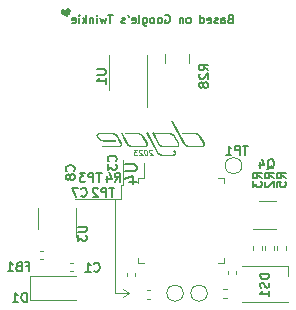
<source format=gbo>
%TF.GenerationSoftware,KiCad,Pcbnew,(6.0.10)*%
%TF.CreationDate,2023-01-29T16:34:23+01:00*%
%TF.ProjectId,twonkie,74776f6e-6b69-4652-9e6b-696361645f70,rev?*%
%TF.SameCoordinates,PX448d510PY20b3950*%
%TF.FileFunction,Legend,Bot*%
%TF.FilePolarity,Positive*%
%FSLAX46Y46*%
G04 Gerber Fmt 4.6, Leading zero omitted, Abs format (unit mm)*
G04 Created by KiCad (PCBNEW (6.0.10)) date 2023-01-29 16:34:23*
%MOMM*%
%LPD*%
G01*
G04 APERTURE LIST*
%ADD10C,0.120000*%
%ADD11C,0.114300*%
%ADD12C,0.127000*%
%ADD13C,0.150000*%
G04 APERTURE END LIST*
D10*
X10287000Y-16256000D02*
X10287000Y-24257000D01*
X10287000Y-16256000D02*
X10795000Y-16256000D01*
X11430000Y-24257000D02*
X10985500Y-24574500D01*
X6921500Y-16256000D02*
X10287000Y-16256000D01*
X10795000Y-16256000D02*
X10795000Y-15113000D01*
X10795000Y-15113000D02*
X10922000Y-15113000D01*
X10922000Y-15113000D02*
X10922000Y-12954000D01*
X11430000Y-24257000D02*
X10985500Y-23939500D01*
X10287000Y-24257000D02*
X11430000Y-24257000D01*
D11*
X13424548Y-12162971D02*
X13400055Y-12141200D01*
X13353791Y-12119428D01*
X13244934Y-12119428D01*
X13204112Y-12141200D01*
X13185062Y-12162971D01*
X13168734Y-12206514D01*
X13174177Y-12250057D01*
X13204112Y-12315371D01*
X13498027Y-12576628D01*
X13214998Y-12576628D01*
X12874820Y-12119428D02*
X12831277Y-12119428D01*
X12790455Y-12141200D01*
X12771405Y-12162971D01*
X12755077Y-12206514D01*
X12744191Y-12293600D01*
X12757798Y-12402457D01*
X12790455Y-12489542D01*
X12817670Y-12533085D01*
X12842162Y-12554857D01*
X12888427Y-12576628D01*
X12931970Y-12576628D01*
X12972791Y-12554857D01*
X12991841Y-12533085D01*
X13008170Y-12489542D01*
X13019055Y-12402457D01*
X13005448Y-12293600D01*
X12972791Y-12206514D01*
X12945577Y-12162971D01*
X12921084Y-12141200D01*
X12874820Y-12119428D01*
X12553691Y-12162971D02*
X12529198Y-12141200D01*
X12482934Y-12119428D01*
X12374077Y-12119428D01*
X12333255Y-12141200D01*
X12314205Y-12162971D01*
X12297877Y-12206514D01*
X12303320Y-12250057D01*
X12333255Y-12315371D01*
X12627170Y-12576628D01*
X12344141Y-12576628D01*
X12134591Y-12119428D02*
X11851562Y-12119428D01*
X12025734Y-12293600D01*
X11960420Y-12293600D01*
X11919598Y-12315371D01*
X11900548Y-12337142D01*
X11884220Y-12380685D01*
X11897827Y-12489542D01*
X11925041Y-12533085D01*
X11949534Y-12554857D01*
X11995798Y-12576628D01*
X12126427Y-12576628D01*
X12167248Y-12554857D01*
X12186298Y-12533085D01*
D12*
X20026085Y-1030514D02*
X19928114Y-1063171D01*
X19895457Y-1095828D01*
X19862800Y-1161142D01*
X19862800Y-1259114D01*
X19895457Y-1324428D01*
X19928114Y-1357085D01*
X19993428Y-1389742D01*
X20254685Y-1389742D01*
X20254685Y-703942D01*
X20026085Y-703942D01*
X19960771Y-736600D01*
X19928114Y-769257D01*
X19895457Y-834571D01*
X19895457Y-899885D01*
X19928114Y-965200D01*
X19960771Y-997857D01*
X20026085Y-1030514D01*
X20254685Y-1030514D01*
X19274971Y-1389742D02*
X19274971Y-1030514D01*
X19307628Y-965200D01*
X19372942Y-932542D01*
X19503571Y-932542D01*
X19568885Y-965200D01*
X19274971Y-1357085D02*
X19340285Y-1389742D01*
X19503571Y-1389742D01*
X19568885Y-1357085D01*
X19601542Y-1291771D01*
X19601542Y-1226457D01*
X19568885Y-1161142D01*
X19503571Y-1128485D01*
X19340285Y-1128485D01*
X19274971Y-1095828D01*
X18981057Y-1357085D02*
X18915742Y-1389742D01*
X18785114Y-1389742D01*
X18719800Y-1357085D01*
X18687142Y-1291771D01*
X18687142Y-1259114D01*
X18719800Y-1193800D01*
X18785114Y-1161142D01*
X18883085Y-1161142D01*
X18948400Y-1128485D01*
X18981057Y-1063171D01*
X18981057Y-1030514D01*
X18948400Y-965200D01*
X18883085Y-932542D01*
X18785114Y-932542D01*
X18719800Y-965200D01*
X18131971Y-1357085D02*
X18197285Y-1389742D01*
X18327914Y-1389742D01*
X18393228Y-1357085D01*
X18425885Y-1291771D01*
X18425885Y-1030514D01*
X18393228Y-965200D01*
X18327914Y-932542D01*
X18197285Y-932542D01*
X18131971Y-965200D01*
X18099314Y-1030514D01*
X18099314Y-1095828D01*
X18425885Y-1161142D01*
X17511485Y-1389742D02*
X17511485Y-703942D01*
X17511485Y-1357085D02*
X17576800Y-1389742D01*
X17707428Y-1389742D01*
X17772742Y-1357085D01*
X17805400Y-1324428D01*
X17838057Y-1259114D01*
X17838057Y-1063171D01*
X17805400Y-997857D01*
X17772742Y-965200D01*
X17707428Y-932542D01*
X17576800Y-932542D01*
X17511485Y-965200D01*
X16564428Y-1389742D02*
X16629742Y-1357085D01*
X16662400Y-1324428D01*
X16695057Y-1259114D01*
X16695057Y-1063171D01*
X16662400Y-997857D01*
X16629742Y-965200D01*
X16564428Y-932542D01*
X16466457Y-932542D01*
X16401142Y-965200D01*
X16368485Y-997857D01*
X16335828Y-1063171D01*
X16335828Y-1259114D01*
X16368485Y-1324428D01*
X16401142Y-1357085D01*
X16466457Y-1389742D01*
X16564428Y-1389742D01*
X16041914Y-932542D02*
X16041914Y-1389742D01*
X16041914Y-997857D02*
X16009257Y-965200D01*
X15943942Y-932542D01*
X15845971Y-932542D01*
X15780657Y-965200D01*
X15748000Y-1030514D01*
X15748000Y-1389742D01*
X14539685Y-736600D02*
X14605000Y-703942D01*
X14702971Y-703942D01*
X14800942Y-736600D01*
X14866257Y-801914D01*
X14898914Y-867228D01*
X14931571Y-997857D01*
X14931571Y-1095828D01*
X14898914Y-1226457D01*
X14866257Y-1291771D01*
X14800942Y-1357085D01*
X14702971Y-1389742D01*
X14637657Y-1389742D01*
X14539685Y-1357085D01*
X14507028Y-1324428D01*
X14507028Y-1095828D01*
X14637657Y-1095828D01*
X14115142Y-1389742D02*
X14180457Y-1357085D01*
X14213114Y-1324428D01*
X14245771Y-1259114D01*
X14245771Y-1063171D01*
X14213114Y-997857D01*
X14180457Y-965200D01*
X14115142Y-932542D01*
X14017171Y-932542D01*
X13951857Y-965200D01*
X13919200Y-997857D01*
X13886542Y-1063171D01*
X13886542Y-1259114D01*
X13919200Y-1324428D01*
X13951857Y-1357085D01*
X14017171Y-1389742D01*
X14115142Y-1389742D01*
X13494657Y-1389742D02*
X13559971Y-1357085D01*
X13592628Y-1324428D01*
X13625285Y-1259114D01*
X13625285Y-1063171D01*
X13592628Y-997857D01*
X13559971Y-965200D01*
X13494657Y-932542D01*
X13396685Y-932542D01*
X13331371Y-965200D01*
X13298714Y-997857D01*
X13266057Y-1063171D01*
X13266057Y-1259114D01*
X13298714Y-1324428D01*
X13331371Y-1357085D01*
X13396685Y-1389742D01*
X13494657Y-1389742D01*
X12678228Y-932542D02*
X12678228Y-1487714D01*
X12710885Y-1553028D01*
X12743542Y-1585685D01*
X12808857Y-1618342D01*
X12906828Y-1618342D01*
X12972142Y-1585685D01*
X12678228Y-1357085D02*
X12743542Y-1389742D01*
X12874171Y-1389742D01*
X12939485Y-1357085D01*
X12972142Y-1324428D01*
X13004800Y-1259114D01*
X13004800Y-1063171D01*
X12972142Y-997857D01*
X12939485Y-965200D01*
X12874171Y-932542D01*
X12743542Y-932542D01*
X12678228Y-965200D01*
X12253685Y-1389742D02*
X12319000Y-1357085D01*
X12351657Y-1291771D01*
X12351657Y-703942D01*
X11731171Y-1357085D02*
X11796485Y-1389742D01*
X11927114Y-1389742D01*
X11992428Y-1357085D01*
X12025085Y-1291771D01*
X12025085Y-1030514D01*
X11992428Y-965200D01*
X11927114Y-932542D01*
X11796485Y-932542D01*
X11731171Y-965200D01*
X11698514Y-1030514D01*
X11698514Y-1095828D01*
X12025085Y-1161142D01*
X11371942Y-703942D02*
X11437257Y-834571D01*
X11110685Y-1357085D02*
X11045371Y-1389742D01*
X10914742Y-1389742D01*
X10849428Y-1357085D01*
X10816771Y-1291771D01*
X10816771Y-1259114D01*
X10849428Y-1193800D01*
X10914742Y-1161142D01*
X11012714Y-1161142D01*
X11078028Y-1128485D01*
X11110685Y-1063171D01*
X11110685Y-1030514D01*
X11078028Y-965200D01*
X11012714Y-932542D01*
X10914742Y-932542D01*
X10849428Y-965200D01*
X10098314Y-703942D02*
X9706428Y-703942D01*
X9902371Y-1389742D02*
X9902371Y-703942D01*
X9543142Y-932542D02*
X9412514Y-1389742D01*
X9281885Y-1063171D01*
X9151257Y-1389742D01*
X9020628Y-932542D01*
X8759371Y-1389742D02*
X8759371Y-932542D01*
X8759371Y-703942D02*
X8792028Y-736600D01*
X8759371Y-769257D01*
X8726714Y-736600D01*
X8759371Y-703942D01*
X8759371Y-769257D01*
X8432800Y-932542D02*
X8432800Y-1389742D01*
X8432800Y-997857D02*
X8400142Y-965200D01*
X8334828Y-932542D01*
X8236857Y-932542D01*
X8171542Y-965200D01*
X8138885Y-1030514D01*
X8138885Y-1389742D01*
X7812314Y-1389742D02*
X7812314Y-703942D01*
X7747000Y-1128485D02*
X7551057Y-1389742D01*
X7551057Y-932542D02*
X7812314Y-1193800D01*
X7257142Y-1389742D02*
X7257142Y-932542D01*
X7257142Y-703942D02*
X7289800Y-736600D01*
X7257142Y-769257D01*
X7224485Y-736600D01*
X7257142Y-703942D01*
X7257142Y-769257D01*
X6669314Y-1357085D02*
X6734628Y-1389742D01*
X6865257Y-1389742D01*
X6930571Y-1357085D01*
X6963228Y-1291771D01*
X6963228Y-1030514D01*
X6930571Y-965200D01*
X6865257Y-932542D01*
X6734628Y-932542D01*
X6669314Y-965200D01*
X6636657Y-1030514D01*
X6636657Y-1095828D01*
X6963228Y-1161142D01*
D13*
%TO.C,U4*%
X11110980Y-13360495D02*
X11920504Y-13360495D01*
X12015742Y-13408114D01*
X12063361Y-13455733D01*
X12110980Y-13550971D01*
X12110980Y-13741447D01*
X12063361Y-13836685D01*
X12015742Y-13884304D01*
X11920504Y-13931923D01*
X11110980Y-13931923D01*
X11444314Y-14836685D02*
X12110980Y-14836685D01*
X11063361Y-14598590D02*
X11777647Y-14360495D01*
X11777647Y-14979542D01*
D12*
%TO.C,R4*%
X10287000Y-14822714D02*
X10541000Y-14459857D01*
X10722428Y-14822714D02*
X10722428Y-14060714D01*
X10432142Y-14060714D01*
X10359571Y-14097000D01*
X10323285Y-14133285D01*
X10287000Y-14205857D01*
X10287000Y-14314714D01*
X10323285Y-14387285D01*
X10359571Y-14423571D01*
X10432142Y-14459857D01*
X10722428Y-14459857D01*
X9633857Y-14314714D02*
X9633857Y-14822714D01*
X9815285Y-14024428D02*
X9996714Y-14568714D01*
X9525000Y-14568714D01*
%TO.C,U3*%
X7139214Y-18621828D02*
X7756071Y-18621828D01*
X7828642Y-18658114D01*
X7864928Y-18694400D01*
X7901214Y-18766971D01*
X7901214Y-18912114D01*
X7864928Y-18984685D01*
X7828642Y-19020971D01*
X7756071Y-19057257D01*
X7139214Y-19057257D01*
X7139214Y-19347542D02*
X7139214Y-19819257D01*
X7429500Y-19565257D01*
X7429500Y-19674114D01*
X7465785Y-19746685D01*
X7502071Y-19782971D01*
X7574642Y-19819257D01*
X7756071Y-19819257D01*
X7828642Y-19782971D01*
X7864928Y-19746685D01*
X7901214Y-19674114D01*
X7901214Y-19456400D01*
X7864928Y-19383828D01*
X7828642Y-19347542D01*
%TO.C,TP2*%
X10232571Y-15330714D02*
X9797142Y-15330714D01*
X10014857Y-16092714D02*
X10014857Y-15330714D01*
X9543142Y-16092714D02*
X9543142Y-15330714D01*
X9252857Y-15330714D01*
X9180285Y-15367000D01*
X9144000Y-15403285D01*
X9107714Y-15475857D01*
X9107714Y-15584714D01*
X9144000Y-15657285D01*
X9180285Y-15693571D01*
X9252857Y-15729857D01*
X9543142Y-15729857D01*
X8817428Y-15403285D02*
X8781142Y-15367000D01*
X8708571Y-15330714D01*
X8527142Y-15330714D01*
X8454571Y-15367000D01*
X8418285Y-15403285D01*
X8382000Y-15475857D01*
X8382000Y-15548428D01*
X8418285Y-15657285D01*
X8853714Y-16092714D01*
X8382000Y-16092714D01*
%TO.C,TP3*%
X9153071Y-14060714D02*
X8717642Y-14060714D01*
X8935357Y-14822714D02*
X8935357Y-14060714D01*
X8463642Y-14822714D02*
X8463642Y-14060714D01*
X8173357Y-14060714D01*
X8100785Y-14097000D01*
X8064500Y-14133285D01*
X8028214Y-14205857D01*
X8028214Y-14314714D01*
X8064500Y-14387285D01*
X8100785Y-14423571D01*
X8173357Y-14459857D01*
X8463642Y-14459857D01*
X7774214Y-14060714D02*
X7302500Y-14060714D01*
X7556500Y-14351000D01*
X7447642Y-14351000D01*
X7375071Y-14387285D01*
X7338785Y-14423571D01*
X7302500Y-14496142D01*
X7302500Y-14677571D01*
X7338785Y-14750142D01*
X7375071Y-14786428D01*
X7447642Y-14822714D01*
X7665357Y-14822714D01*
X7737928Y-14786428D01*
X7774214Y-14750142D01*
%TO.C,TP1*%
X21535571Y-11774714D02*
X21100142Y-11774714D01*
X21317857Y-12536714D02*
X21317857Y-11774714D01*
X20846142Y-12536714D02*
X20846142Y-11774714D01*
X20555857Y-11774714D01*
X20483285Y-11811000D01*
X20447000Y-11847285D01*
X20410714Y-11919857D01*
X20410714Y-12028714D01*
X20447000Y-12101285D01*
X20483285Y-12137571D01*
X20555857Y-12173857D01*
X20846142Y-12173857D01*
X19685000Y-12536714D02*
X20120428Y-12536714D01*
X19902714Y-12536714D02*
X19902714Y-11774714D01*
X19975285Y-11883571D01*
X20047857Y-11956142D01*
X20120428Y-11992428D01*
%TO.C,C3*%
X10368642Y-13081000D02*
X10404928Y-13044714D01*
X10441214Y-12935857D01*
X10441214Y-12863285D01*
X10404928Y-12754428D01*
X10332357Y-12681857D01*
X10259785Y-12645571D01*
X10114642Y-12609285D01*
X10005785Y-12609285D01*
X9860642Y-12645571D01*
X9788071Y-12681857D01*
X9715500Y-12754428D01*
X9679214Y-12863285D01*
X9679214Y-12935857D01*
X9715500Y-13044714D01*
X9751785Y-13081000D01*
X9679214Y-13335000D02*
X9679214Y-13806714D01*
X9969500Y-13552714D01*
X9969500Y-13661571D01*
X10005785Y-13734142D01*
X10042071Y-13770428D01*
X10114642Y-13806714D01*
X10296071Y-13806714D01*
X10368642Y-13770428D01*
X10404928Y-13734142D01*
X10441214Y-13661571D01*
X10441214Y-13443857D01*
X10404928Y-13371285D01*
X10368642Y-13335000D01*
%TO.C,C7*%
X7429500Y-16020142D02*
X7465785Y-16056428D01*
X7574642Y-16092714D01*
X7647214Y-16092714D01*
X7756071Y-16056428D01*
X7828642Y-15983857D01*
X7864928Y-15911285D01*
X7901214Y-15766142D01*
X7901214Y-15657285D01*
X7864928Y-15512142D01*
X7828642Y-15439571D01*
X7756071Y-15367000D01*
X7647214Y-15330714D01*
X7574642Y-15330714D01*
X7465785Y-15367000D01*
X7429500Y-15403285D01*
X7175500Y-15330714D02*
X6667500Y-15330714D01*
X6994071Y-16092714D01*
%TO.C,DS1*%
X23331714Y-22633214D02*
X22569714Y-22633214D01*
X22569714Y-22814642D01*
X22606000Y-22923500D01*
X22678571Y-22996071D01*
X22751142Y-23032357D01*
X22896285Y-23068642D01*
X23005142Y-23068642D01*
X23150285Y-23032357D01*
X23222857Y-22996071D01*
X23295428Y-22923500D01*
X23331714Y-22814642D01*
X23331714Y-22633214D01*
X23295428Y-23358928D02*
X23331714Y-23467785D01*
X23331714Y-23649214D01*
X23295428Y-23721785D01*
X23259142Y-23758071D01*
X23186571Y-23794357D01*
X23114000Y-23794357D01*
X23041428Y-23758071D01*
X23005142Y-23721785D01*
X22968857Y-23649214D01*
X22932571Y-23504071D01*
X22896285Y-23431500D01*
X22860000Y-23395214D01*
X22787428Y-23358928D01*
X22714857Y-23358928D01*
X22642285Y-23395214D01*
X22606000Y-23431500D01*
X22569714Y-23504071D01*
X22569714Y-23685500D01*
X22606000Y-23794357D01*
X23331714Y-24520071D02*
X23331714Y-24084642D01*
X23331714Y-24302357D02*
X22569714Y-24302357D01*
X22678571Y-24229785D01*
X22751142Y-24157214D01*
X22787428Y-24084642D01*
%TO.C,D1*%
X2797628Y-24982714D02*
X2797628Y-24220714D01*
X2616200Y-24220714D01*
X2507342Y-24257000D01*
X2434771Y-24329571D01*
X2398485Y-24402142D01*
X2362200Y-24547285D01*
X2362200Y-24656142D01*
X2398485Y-24801285D01*
X2434771Y-24873857D01*
X2507342Y-24946428D01*
X2616200Y-24982714D01*
X2797628Y-24982714D01*
X1636485Y-24982714D02*
X2071914Y-24982714D01*
X1854200Y-24982714D02*
X1854200Y-24220714D01*
X1926771Y-24329571D01*
X1999342Y-24402142D01*
X2071914Y-24438428D01*
%TO.C,U1*%
X8752114Y-5312228D02*
X9368971Y-5312228D01*
X9441542Y-5348514D01*
X9477828Y-5384800D01*
X9514114Y-5457371D01*
X9514114Y-5602514D01*
X9477828Y-5675085D01*
X9441542Y-5711371D01*
X9368971Y-5747657D01*
X8752114Y-5747657D01*
X9514114Y-6509657D02*
X9514114Y-6074228D01*
X9514114Y-6291942D02*
X8752114Y-6291942D01*
X8860971Y-6219371D01*
X8933542Y-6146800D01*
X8969828Y-6074228D01*
%TO.C,R3*%
X22696714Y-14541500D02*
X22333857Y-14287500D01*
X22696714Y-14106071D02*
X21934714Y-14106071D01*
X21934714Y-14396357D01*
X21971000Y-14468928D01*
X22007285Y-14505214D01*
X22079857Y-14541500D01*
X22188714Y-14541500D01*
X22261285Y-14505214D01*
X22297571Y-14468928D01*
X22333857Y-14396357D01*
X22333857Y-14106071D01*
X21934714Y-14795500D02*
X21934714Y-15267214D01*
X22225000Y-15013214D01*
X22225000Y-15122071D01*
X22261285Y-15194642D01*
X22297571Y-15230928D01*
X22370142Y-15267214D01*
X22551571Y-15267214D01*
X22624142Y-15230928D01*
X22660428Y-15194642D01*
X22696714Y-15122071D01*
X22696714Y-14904357D01*
X22660428Y-14831785D01*
X22624142Y-14795500D01*
%TO.C,R5*%
X24728714Y-14541500D02*
X24365857Y-14287500D01*
X24728714Y-14106071D02*
X23966714Y-14106071D01*
X23966714Y-14396357D01*
X24003000Y-14468928D01*
X24039285Y-14505214D01*
X24111857Y-14541500D01*
X24220714Y-14541500D01*
X24293285Y-14505214D01*
X24329571Y-14468928D01*
X24365857Y-14396357D01*
X24365857Y-14106071D01*
X23966714Y-15230928D02*
X23966714Y-14868071D01*
X24329571Y-14831785D01*
X24293285Y-14868071D01*
X24257000Y-14940642D01*
X24257000Y-15122071D01*
X24293285Y-15194642D01*
X24329571Y-15230928D01*
X24402142Y-15267214D01*
X24583571Y-15267214D01*
X24656142Y-15230928D01*
X24692428Y-15194642D01*
X24728714Y-15122071D01*
X24728714Y-14940642D01*
X24692428Y-14868071D01*
X24656142Y-14831785D01*
%TO.C,FB1*%
X2768600Y-21992771D02*
X3022600Y-21992771D01*
X3022600Y-22391914D02*
X3022600Y-21629914D01*
X2659742Y-21629914D01*
X2115457Y-21992771D02*
X2006600Y-22029057D01*
X1970314Y-22065342D01*
X1934028Y-22137914D01*
X1934028Y-22246771D01*
X1970314Y-22319342D01*
X2006600Y-22355628D01*
X2079171Y-22391914D01*
X2369457Y-22391914D01*
X2369457Y-21629914D01*
X2115457Y-21629914D01*
X2042885Y-21666200D01*
X2006600Y-21702485D01*
X1970314Y-21775057D01*
X1970314Y-21847628D01*
X2006600Y-21920200D01*
X2042885Y-21956485D01*
X2115457Y-21992771D01*
X2369457Y-21992771D01*
X1208314Y-22391914D02*
X1643742Y-22391914D01*
X1426028Y-22391914D02*
X1426028Y-21629914D01*
X1498600Y-21738771D01*
X1571171Y-21811342D01*
X1643742Y-21847628D01*
%TO.C,C1*%
X8509000Y-22370142D02*
X8545285Y-22406428D01*
X8654142Y-22442714D01*
X8726714Y-22442714D01*
X8835571Y-22406428D01*
X8908142Y-22333857D01*
X8944428Y-22261285D01*
X8980714Y-22116142D01*
X8980714Y-22007285D01*
X8944428Y-21862142D01*
X8908142Y-21789571D01*
X8835571Y-21717000D01*
X8726714Y-21680714D01*
X8654142Y-21680714D01*
X8545285Y-21717000D01*
X8509000Y-21753285D01*
X7783285Y-22442714D02*
X8218714Y-22442714D01*
X8001000Y-22442714D02*
X8001000Y-21680714D01*
X8073571Y-21789571D01*
X8146142Y-21862142D01*
X8218714Y-21898428D01*
%TO.C,Q4*%
X23186571Y-13752285D02*
X23259142Y-13716000D01*
X23331714Y-13643428D01*
X23440571Y-13534571D01*
X23513142Y-13498285D01*
X23585714Y-13498285D01*
X23549428Y-13679714D02*
X23622000Y-13643428D01*
X23694571Y-13570857D01*
X23730857Y-13425714D01*
X23730857Y-13171714D01*
X23694571Y-13026571D01*
X23622000Y-12954000D01*
X23549428Y-12917714D01*
X23404285Y-12917714D01*
X23331714Y-12954000D01*
X23259142Y-13026571D01*
X23222857Y-13171714D01*
X23222857Y-13425714D01*
X23259142Y-13570857D01*
X23331714Y-13643428D01*
X23404285Y-13679714D01*
X23549428Y-13679714D01*
X22569714Y-13171714D02*
X22569714Y-13679714D01*
X22751142Y-12881428D02*
X22932571Y-13425714D01*
X22460857Y-13425714D01*
%TO.C,R2*%
X23712714Y-14541500D02*
X23349857Y-14287500D01*
X23712714Y-14106071D02*
X22950714Y-14106071D01*
X22950714Y-14396357D01*
X22987000Y-14468928D01*
X23023285Y-14505214D01*
X23095857Y-14541500D01*
X23204714Y-14541500D01*
X23277285Y-14505214D01*
X23313571Y-14468928D01*
X23349857Y-14396357D01*
X23349857Y-14106071D01*
X23023285Y-14831785D02*
X22987000Y-14868071D01*
X22950714Y-14940642D01*
X22950714Y-15122071D01*
X22987000Y-15194642D01*
X23023285Y-15230928D01*
X23095857Y-15267214D01*
X23168428Y-15267214D01*
X23277285Y-15230928D01*
X23712714Y-14795500D01*
X23712714Y-15267214D01*
%TO.C,C8*%
X6812642Y-13906500D02*
X6848928Y-13870214D01*
X6885214Y-13761357D01*
X6885214Y-13688785D01*
X6848928Y-13579928D01*
X6776357Y-13507357D01*
X6703785Y-13471071D01*
X6558642Y-13434785D01*
X6449785Y-13434785D01*
X6304642Y-13471071D01*
X6232071Y-13507357D01*
X6159500Y-13579928D01*
X6123214Y-13688785D01*
X6123214Y-13761357D01*
X6159500Y-13870214D01*
X6195785Y-13906500D01*
X6449785Y-14341928D02*
X6413500Y-14269357D01*
X6377214Y-14233071D01*
X6304642Y-14196785D01*
X6268357Y-14196785D01*
X6195785Y-14233071D01*
X6159500Y-14269357D01*
X6123214Y-14341928D01*
X6123214Y-14487071D01*
X6159500Y-14559642D01*
X6195785Y-14595928D01*
X6268357Y-14632214D01*
X6304642Y-14632214D01*
X6377214Y-14595928D01*
X6413500Y-14559642D01*
X6449785Y-14487071D01*
X6449785Y-14341928D01*
X6486071Y-14269357D01*
X6522357Y-14233071D01*
X6594928Y-14196785D01*
X6740071Y-14196785D01*
X6812642Y-14233071D01*
X6848928Y-14269357D01*
X6885214Y-14341928D01*
X6885214Y-14487071D01*
X6848928Y-14559642D01*
X6812642Y-14595928D01*
X6740071Y-14632214D01*
X6594928Y-14632214D01*
X6522357Y-14595928D01*
X6486071Y-14559642D01*
X6449785Y-14487071D01*
%TO.C,R28*%
X18175514Y-5402942D02*
X17812657Y-5148942D01*
X18175514Y-4967514D02*
X17413514Y-4967514D01*
X17413514Y-5257800D01*
X17449800Y-5330371D01*
X17486085Y-5366657D01*
X17558657Y-5402942D01*
X17667514Y-5402942D01*
X17740085Y-5366657D01*
X17776371Y-5330371D01*
X17812657Y-5257800D01*
X17812657Y-4967514D01*
X17486085Y-5693228D02*
X17449800Y-5729514D01*
X17413514Y-5802085D01*
X17413514Y-5983514D01*
X17449800Y-6056085D01*
X17486085Y-6092371D01*
X17558657Y-6128657D01*
X17631228Y-6128657D01*
X17740085Y-6092371D01*
X18175514Y-5656942D01*
X18175514Y-6128657D01*
X17740085Y-6564085D02*
X17703800Y-6491514D01*
X17667514Y-6455228D01*
X17594942Y-6418942D01*
X17558657Y-6418942D01*
X17486085Y-6455228D01*
X17449800Y-6491514D01*
X17413514Y-6564085D01*
X17413514Y-6709228D01*
X17449800Y-6781800D01*
X17486085Y-6818085D01*
X17558657Y-6854371D01*
X17594942Y-6854371D01*
X17667514Y-6818085D01*
X17703800Y-6781800D01*
X17740085Y-6709228D01*
X17740085Y-6564085D01*
X17776371Y-6491514D01*
X17812657Y-6455228D01*
X17885228Y-6418942D01*
X18030371Y-6418942D01*
X18102942Y-6455228D01*
X18139228Y-6491514D01*
X18175514Y-6564085D01*
X18175514Y-6709228D01*
X18139228Y-6781800D01*
X18102942Y-6818085D01*
X18030371Y-6854371D01*
X17885228Y-6854371D01*
X17812657Y-6818085D01*
X17776371Y-6781800D01*
X17740085Y-6709228D01*
%TO.C,HEART*%
G36*
X6372533Y-111564D02*
G01*
X6428007Y-135957D01*
X6477154Y-177437D01*
X6511603Y-236848D01*
X6534717Y-314976D01*
X6539852Y-389371D01*
X6531242Y-439381D01*
X6513888Y-489573D01*
X6486253Y-542912D01*
X6446797Y-602366D01*
X6393984Y-670903D01*
X6345366Y-735769D01*
X6302124Y-800613D01*
X6270606Y-852956D01*
X6257165Y-880320D01*
X6250621Y-884224D01*
X6214655Y-854656D01*
X6162848Y-826408D01*
X6095867Y-796247D01*
X6000165Y-757073D01*
X5945067Y-732814D01*
X5898296Y-709254D01*
X5832708Y-667916D01*
X5782365Y-619780D01*
X5745518Y-562739D01*
X5720420Y-494682D01*
X5709029Y-438621D01*
X5711733Y-394732D01*
X5737260Y-320384D01*
X5783295Y-261733D01*
X5819455Y-233713D01*
X5874070Y-213027D01*
X5931791Y-202942D01*
X5976524Y-210472D01*
X6042799Y-240829D01*
X6088650Y-285422D01*
X6098971Y-303804D01*
X6104103Y-273305D01*
X6123557Y-214196D01*
X6157823Y-166741D01*
X6203376Y-131845D01*
X6256695Y-110414D01*
X6314254Y-103352D01*
X6372533Y-111564D01*
G37*
%TO.C,dojoe-logo*%
G36*
X13934935Y-12304600D02*
G01*
X13944503Y-12320138D01*
X13956467Y-12335842D01*
X13970640Y-12351598D01*
X13986831Y-12367291D01*
X14004852Y-12382805D01*
X14024513Y-12398025D01*
X14045626Y-12412836D01*
X14068000Y-12427124D01*
X14091447Y-12440772D01*
X14115778Y-12453667D01*
X14140803Y-12465693D01*
X14166334Y-12476735D01*
X14192181Y-12486679D01*
X14218156Y-12495408D01*
X14244068Y-12502807D01*
X14269729Y-12508763D01*
X14294950Y-12513160D01*
X14319542Y-12515882D01*
X14343315Y-12516815D01*
X15179245Y-12516815D01*
X15210069Y-12515055D01*
X15237731Y-12510013D01*
X15262118Y-12502045D01*
X15283119Y-12491506D01*
X15300621Y-12478752D01*
X15314512Y-12464139D01*
X15324679Y-12448022D01*
X15331010Y-12430758D01*
X15333394Y-12412703D01*
X15331718Y-12394211D01*
X15322318Y-12368801D01*
X15211306Y-12191806D01*
X15324547Y-12120476D01*
X15437342Y-12301037D01*
X15439542Y-12304637D01*
X15450027Y-12326222D01*
X15458206Y-12347603D01*
X15464153Y-12368724D01*
X15467941Y-12389526D01*
X15469644Y-12409952D01*
X15469335Y-12429944D01*
X15467088Y-12449444D01*
X15462977Y-12468395D01*
X15457075Y-12486739D01*
X15449456Y-12504418D01*
X15440194Y-12521374D01*
X15429362Y-12537551D01*
X15417033Y-12552889D01*
X15403282Y-12567332D01*
X15388182Y-12580822D01*
X15371806Y-12593301D01*
X15354228Y-12604711D01*
X15335523Y-12614995D01*
X15315763Y-12624095D01*
X15295021Y-12631954D01*
X15273373Y-12638512D01*
X15250891Y-12643714D01*
X15227648Y-12647501D01*
X15203719Y-12649816D01*
X15179178Y-12650600D01*
X14343315Y-12650565D01*
X14320568Y-12649935D01*
X14297224Y-12648073D01*
X14273379Y-12645026D01*
X14249131Y-12640836D01*
X14224574Y-12635549D01*
X14199807Y-12629210D01*
X14174924Y-12621862D01*
X14150022Y-12613550D01*
X14125198Y-12604318D01*
X14100549Y-12594212D01*
X14076169Y-12583276D01*
X14052157Y-12571554D01*
X14028608Y-12559090D01*
X14005618Y-12545930D01*
X13983285Y-12532117D01*
X13961704Y-12517697D01*
X13940972Y-12502713D01*
X13921185Y-12487211D01*
X13902439Y-12471234D01*
X13884832Y-12454828D01*
X13868458Y-12438037D01*
X13853416Y-12420904D01*
X13839800Y-12403476D01*
X13827709Y-12385796D01*
X13817237Y-12367909D01*
X12924240Y-10702738D01*
X13041938Y-10639428D01*
X13934935Y-12304600D01*
G37*
G36*
X16201018Y-11563208D02*
G01*
X16210522Y-11578679D01*
X16222438Y-11594324D01*
X16236573Y-11610026D01*
X16252739Y-11625672D01*
X16270744Y-11641145D01*
X16290398Y-11656329D01*
X16311512Y-11671110D01*
X16333894Y-11685372D01*
X16357354Y-11698999D01*
X16381703Y-11711876D01*
X16406749Y-11723888D01*
X16432302Y-11734920D01*
X16458173Y-11744854D01*
X16484170Y-11753578D01*
X16510104Y-11760973D01*
X16535784Y-11766927D01*
X16561019Y-11771322D01*
X16585620Y-11774044D01*
X16609397Y-11774977D01*
X17612513Y-11774977D01*
X17643664Y-11773384D01*
X17671350Y-11768810D01*
X17695558Y-11761560D01*
X17716278Y-11751942D01*
X17733500Y-11740263D01*
X17747212Y-11726827D01*
X17757403Y-11711943D01*
X17764063Y-11695916D01*
X17767182Y-11679054D01*
X17766748Y-11661661D01*
X17762750Y-11644046D01*
X17755179Y-11626515D01*
X17423927Y-11008596D01*
X17414422Y-10993125D01*
X17402507Y-10977480D01*
X17388372Y-10961777D01*
X17372209Y-10946132D01*
X17354208Y-10930659D01*
X17334560Y-10915474D01*
X17313454Y-10900694D01*
X17291083Y-10886432D01*
X17267637Y-10872804D01*
X17243306Y-10859927D01*
X17218282Y-10847915D01*
X17192754Y-10836884D01*
X17166914Y-10826949D01*
X17140952Y-10818226D01*
X17115060Y-10810830D01*
X17089427Y-10804877D01*
X17064244Y-10800482D01*
X17039703Y-10797760D01*
X17015994Y-10796827D01*
X15946004Y-10796827D01*
X15946004Y-10663079D01*
X17015994Y-10663079D01*
X17038640Y-10663707D01*
X17061895Y-10665562D01*
X17085663Y-10668600D01*
X17109845Y-10672777D01*
X17134346Y-10678048D01*
X17159067Y-10684369D01*
X17183913Y-10691697D01*
X17208785Y-10699986D01*
X17233586Y-10709194D01*
X17258220Y-10719274D01*
X17282590Y-10730185D01*
X17306598Y-10741880D01*
X17330147Y-10754317D01*
X17353141Y-10767451D01*
X17375482Y-10781237D01*
X17397073Y-10795632D01*
X17417816Y-10810592D01*
X17437616Y-10826072D01*
X17456375Y-10842028D01*
X17473995Y-10858415D01*
X17490380Y-10875191D01*
X17505433Y-10892310D01*
X17519056Y-10909729D01*
X17531153Y-10927403D01*
X17541626Y-10945288D01*
X17872878Y-11563208D01*
X17883363Y-11584791D01*
X17891542Y-11606166D01*
X17897489Y-11627277D01*
X17901277Y-11648067D01*
X17902980Y-11668477D01*
X17902671Y-11688450D01*
X17900424Y-11707930D01*
X17896313Y-11726858D01*
X17890412Y-11745178D01*
X17882793Y-11762832D01*
X17873530Y-11779762D01*
X17862698Y-11795912D01*
X17850369Y-11811224D01*
X17836618Y-11825641D01*
X17821518Y-11839104D01*
X17805142Y-11851558D01*
X17787564Y-11862944D01*
X17768859Y-11873206D01*
X17749098Y-11882285D01*
X17728357Y-11890125D01*
X17706708Y-11896668D01*
X17684226Y-11901857D01*
X17660983Y-11905634D01*
X17637054Y-11907943D01*
X17612513Y-11908725D01*
X16609397Y-11908728D01*
X16586699Y-11908100D01*
X16563396Y-11906245D01*
X16539586Y-11903207D01*
X16515364Y-11899030D01*
X16490828Y-11893759D01*
X16466074Y-11887437D01*
X16441200Y-11880110D01*
X16416302Y-11871820D01*
X16391478Y-11862613D01*
X16366823Y-11852532D01*
X16342436Y-11841622D01*
X16318413Y-11829926D01*
X16294850Y-11817489D01*
X16271845Y-11804356D01*
X16249495Y-11790569D01*
X16227897Y-11776174D01*
X16207147Y-11761214D01*
X16187342Y-11745735D01*
X16168580Y-11729779D01*
X16150956Y-11713391D01*
X16134569Y-11696615D01*
X16119515Y-11679496D01*
X16105890Y-11662077D01*
X16093793Y-11644403D01*
X16083319Y-11626518D01*
X15057466Y-9713910D01*
X15175165Y-9650600D01*
X16201018Y-11563208D01*
G37*
G36*
X11368169Y-11571693D02*
G01*
X11377738Y-11587227D01*
X11389702Y-11602921D01*
X11403875Y-11618661D01*
X11420066Y-11634332D01*
X11438087Y-11649821D01*
X11457748Y-11665012D01*
X11478861Y-11679792D01*
X11501235Y-11694046D01*
X11524682Y-11707660D01*
X11549013Y-11720519D01*
X11574038Y-11732511D01*
X11599569Y-11743519D01*
X11625416Y-11753431D01*
X11651391Y-11762131D01*
X11677303Y-11769505D01*
X11702964Y-11775440D01*
X11728185Y-11779820D01*
X11752777Y-11782533D01*
X11776549Y-11783462D01*
X12779665Y-11783462D01*
X12811721Y-11781484D01*
X12840100Y-11775965D01*
X12864764Y-11767522D01*
X12885676Y-11756776D01*
X12902796Y-11744346D01*
X12916088Y-11730852D01*
X12926607Y-11714764D01*
X12933092Y-11697048D01*
X12934948Y-11677792D01*
X12931579Y-11657081D01*
X12922388Y-11635002D01*
X12591136Y-11017082D01*
X12581569Y-11001544D01*
X12569604Y-10985840D01*
X12555431Y-10970084D01*
X12539240Y-10954391D01*
X12521219Y-10938877D01*
X12501558Y-10923657D01*
X12480446Y-10908846D01*
X12458072Y-10894558D01*
X12434625Y-10880910D01*
X12410294Y-10868015D01*
X12385268Y-10855989D01*
X12359737Y-10844947D01*
X12333890Y-10835003D01*
X12307916Y-10826274D01*
X12282004Y-10818875D01*
X12256342Y-10812919D01*
X12231122Y-10808522D01*
X12206530Y-10805800D01*
X12182757Y-10804867D01*
X11112767Y-10804867D01*
X11112767Y-10671119D01*
X12182760Y-10671119D01*
X12205557Y-10671749D01*
X12228942Y-10673611D01*
X12252820Y-10676658D01*
X12277095Y-10680848D01*
X12301672Y-10686135D01*
X12326454Y-10692474D01*
X12351346Y-10699822D01*
X12376251Y-10708134D01*
X12401074Y-10717366D01*
X12425719Y-10727472D01*
X12450091Y-10738408D01*
X12474092Y-10750130D01*
X12497628Y-10762594D01*
X12520602Y-10775754D01*
X12542919Y-10789567D01*
X12564483Y-10803987D01*
X12585197Y-10818971D01*
X12604967Y-10834473D01*
X12623695Y-10850449D01*
X12641287Y-10866855D01*
X12657646Y-10883647D01*
X12672677Y-10900779D01*
X12686283Y-10918207D01*
X12698369Y-10935887D01*
X12708839Y-10953774D01*
X13040090Y-11571693D01*
X13051209Y-11595039D01*
X13059556Y-11618541D01*
X13065189Y-11642069D01*
X13068168Y-11665493D01*
X13068550Y-11688681D01*
X13066394Y-11711504D01*
X13061758Y-11733831D01*
X13054700Y-11755530D01*
X13045279Y-11776472D01*
X13033553Y-11796526D01*
X13019580Y-11815562D01*
X13004267Y-11832501D01*
X12987335Y-11848027D01*
X12968892Y-11862097D01*
X12949044Y-11874670D01*
X12927898Y-11885704D01*
X12905560Y-11895155D01*
X12882137Y-11902983D01*
X12857735Y-11909144D01*
X12832461Y-11913598D01*
X12806422Y-11916301D01*
X12779724Y-11917211D01*
X11776549Y-11917213D01*
X11753803Y-11916585D01*
X11730459Y-11914730D01*
X11706614Y-11911692D01*
X11682365Y-11907515D01*
X11657809Y-11902244D01*
X11633041Y-11895922D01*
X11608158Y-11888595D01*
X11583256Y-11880305D01*
X11558433Y-11871098D01*
X11533783Y-11861017D01*
X11509404Y-11850107D01*
X11485391Y-11838411D01*
X11461842Y-11825974D01*
X11438853Y-11812841D01*
X11416519Y-11799054D01*
X11394938Y-11784659D01*
X11374206Y-11769700D01*
X11354419Y-11754220D01*
X11335673Y-11738264D01*
X11318066Y-11721876D01*
X11301692Y-11705101D01*
X11286650Y-11687981D01*
X11273034Y-11670563D01*
X11260943Y-11652889D01*
X11250470Y-11635004D01*
X10754708Y-10710799D01*
X10872853Y-10647489D01*
X11368169Y-11571693D01*
G37*
G36*
X10032130Y-10671749D02*
G01*
X10055515Y-10673611D01*
X10079394Y-10676658D01*
X10103669Y-10680848D01*
X10128246Y-10686135D01*
X10153029Y-10692474D01*
X10177921Y-10699822D01*
X10202827Y-10708134D01*
X10227650Y-10717366D01*
X10252296Y-10727472D01*
X10276667Y-10738408D01*
X10300669Y-10750130D01*
X10324205Y-10762594D01*
X10347180Y-10775754D01*
X10369497Y-10789567D01*
X10391060Y-10803987D01*
X10411775Y-10818971D01*
X10431544Y-10834473D01*
X10450273Y-10850449D01*
X10467864Y-10866855D01*
X10484223Y-10883647D01*
X10499253Y-10900779D01*
X10512858Y-10918207D01*
X10524944Y-10935887D01*
X10535412Y-10953774D01*
X10866663Y-11571693D01*
X10877784Y-11595039D01*
X10886133Y-11618541D01*
X10891768Y-11642069D01*
X10894748Y-11665493D01*
X10895131Y-11688681D01*
X10892976Y-11711504D01*
X10888340Y-11733831D01*
X10881283Y-11755530D01*
X10871862Y-11776472D01*
X10860136Y-11796526D01*
X10846163Y-11815562D01*
X10830850Y-11832501D01*
X10813918Y-11848027D01*
X10795475Y-11862097D01*
X10775627Y-11874670D01*
X10754480Y-11885704D01*
X10732142Y-11895155D01*
X10708719Y-11902983D01*
X10684317Y-11909144D01*
X10659044Y-11913598D01*
X10633004Y-11916301D01*
X10606306Y-11917211D01*
X9201939Y-11917207D01*
X9201939Y-11783458D01*
X10606301Y-11783458D01*
X10638358Y-11781480D01*
X10666737Y-11775961D01*
X10691401Y-11767518D01*
X10712313Y-11756772D01*
X10729433Y-11744342D01*
X10742725Y-11730848D01*
X10753245Y-11714760D01*
X10759732Y-11697044D01*
X10761589Y-11677788D01*
X10758220Y-11657077D01*
X10749025Y-11634998D01*
X10417775Y-11017078D01*
X10408207Y-11001540D01*
X10396243Y-10985836D01*
X10382070Y-10970080D01*
X10365878Y-10954388D01*
X10347858Y-10938874D01*
X10328197Y-10923654D01*
X10307084Y-10908843D01*
X10284710Y-10894555D01*
X10261263Y-10880906D01*
X10236932Y-10868011D01*
X10211906Y-10855985D01*
X10186375Y-10844943D01*
X10160528Y-10835000D01*
X10134554Y-10826271D01*
X10108642Y-10818872D01*
X10082980Y-10812916D01*
X10057760Y-10808519D01*
X10033168Y-10805797D01*
X10009395Y-10804864D01*
X9006279Y-10804864D01*
X8974224Y-10806844D01*
X8945847Y-10812378D01*
X8921184Y-10820860D01*
X8900274Y-10831683D01*
X8883152Y-10844240D01*
X8869856Y-10857924D01*
X8859333Y-10873800D01*
X8852846Y-10891408D01*
X8850990Y-10910663D01*
X8854361Y-10931480D01*
X8863556Y-10953774D01*
X8929986Y-11077269D01*
X8939488Y-11092803D01*
X8951393Y-11108498D01*
X8965512Y-11124238D01*
X8981657Y-11139909D01*
X8999637Y-11155397D01*
X9019262Y-11170588D01*
X9040344Y-11185368D01*
X9062692Y-11199622D01*
X9086118Y-11213236D01*
X9110431Y-11226096D01*
X9135442Y-11238087D01*
X9160962Y-11249095D01*
X9186801Y-11259007D01*
X9212769Y-11267707D01*
X9238678Y-11275081D01*
X9264336Y-11281016D01*
X9289556Y-11285396D01*
X9314147Y-11288109D01*
X9337919Y-11289038D01*
X10407909Y-11289038D01*
X10407909Y-11422787D01*
X9337919Y-11422787D01*
X9315175Y-11422159D01*
X9291837Y-11420304D01*
X9268001Y-11417266D01*
X9243764Y-11413089D01*
X9219222Y-11407818D01*
X9194469Y-11401496D01*
X9169603Y-11394169D01*
X9144719Y-11385879D01*
X9119913Y-11376672D01*
X9095280Y-11366591D01*
X9070917Y-11355680D01*
X9046920Y-11343985D01*
X9023384Y-11331548D01*
X9000406Y-11318414D01*
X8978080Y-11304628D01*
X8956504Y-11290233D01*
X8935772Y-11275273D01*
X8915981Y-11259793D01*
X8897227Y-11243837D01*
X8879606Y-11227449D01*
X8863212Y-11210674D01*
X8848144Y-11193554D01*
X8834495Y-11176136D01*
X8822362Y-11158462D01*
X8811841Y-11140577D01*
X8745861Y-11017082D01*
X8734741Y-10993626D01*
X8726392Y-10970035D01*
X8720757Y-10946440D01*
X8717777Y-10922972D01*
X8717394Y-10899761D01*
X8719549Y-10876938D01*
X8724185Y-10854633D01*
X8731242Y-10832978D01*
X8740663Y-10812102D01*
X8752389Y-10792137D01*
X8766361Y-10773213D01*
X8781675Y-10756163D01*
X8798606Y-10740547D01*
X8817049Y-10726404D01*
X8836896Y-10713774D01*
X8858041Y-10702698D01*
X8880379Y-10693216D01*
X8903802Y-10685368D01*
X8928203Y-10679195D01*
X8953478Y-10674735D01*
X8979518Y-10672030D01*
X9006218Y-10671119D01*
X10009333Y-10671119D01*
X10032130Y-10671749D01*
G37*
G36*
X14043148Y-11571693D02*
G01*
X14052715Y-11587227D01*
X14064680Y-11602921D01*
X14078853Y-11618661D01*
X14095044Y-11634332D01*
X14113065Y-11649821D01*
X14132726Y-11665012D01*
X14153838Y-11679792D01*
X14176212Y-11694046D01*
X14199659Y-11707660D01*
X14223990Y-11720519D01*
X14249016Y-11732511D01*
X14274547Y-11743519D01*
X14300394Y-11753431D01*
X14326368Y-11762131D01*
X14352280Y-11769505D01*
X14377942Y-11775440D01*
X14403162Y-11779820D01*
X14427754Y-11782533D01*
X14451527Y-11783462D01*
X15454643Y-11783462D01*
X15486698Y-11781484D01*
X15515076Y-11775965D01*
X15539739Y-11767522D01*
X15560649Y-11756776D01*
X15577771Y-11744346D01*
X15591067Y-11730852D01*
X15601586Y-11714764D01*
X15608073Y-11697048D01*
X15609931Y-11677792D01*
X15606561Y-11657081D01*
X15597367Y-11635002D01*
X15266115Y-11017082D01*
X15256547Y-11001544D01*
X15244582Y-10985840D01*
X15230409Y-10970084D01*
X15214218Y-10954391D01*
X15196197Y-10938877D01*
X15176536Y-10923657D01*
X15155424Y-10908846D01*
X15133050Y-10894558D01*
X15109603Y-10880910D01*
X15085272Y-10868015D01*
X15060246Y-10855989D01*
X15034715Y-10844947D01*
X15008868Y-10835003D01*
X14982894Y-10826274D01*
X14956982Y-10818875D01*
X14931320Y-10812919D01*
X14906100Y-10808522D01*
X14881508Y-10805800D01*
X14857736Y-10804867D01*
X13787746Y-10804867D01*
X13787746Y-10671119D01*
X14857736Y-10671119D01*
X14880532Y-10671749D01*
X14903917Y-10673611D01*
X14927795Y-10676658D01*
X14952071Y-10680848D01*
X14976648Y-10686135D01*
X15001430Y-10692474D01*
X15026322Y-10699822D01*
X15051228Y-10708134D01*
X15076051Y-10717366D01*
X15100697Y-10727472D01*
X15125069Y-10738408D01*
X15149070Y-10750130D01*
X15172606Y-10762594D01*
X15195581Y-10775754D01*
X15217898Y-10789567D01*
X15239461Y-10803987D01*
X15260176Y-10818971D01*
X15279945Y-10834473D01*
X15298674Y-10850449D01*
X15316265Y-10866855D01*
X15332624Y-10883647D01*
X15347654Y-10900779D01*
X15361259Y-10918207D01*
X15373345Y-10935887D01*
X15383814Y-10953774D01*
X15715066Y-11571693D01*
X15726184Y-11595039D01*
X15734532Y-11618541D01*
X15740166Y-11642069D01*
X15743145Y-11665493D01*
X15743528Y-11688681D01*
X15741373Y-11711504D01*
X15736737Y-11733831D01*
X15729679Y-11755530D01*
X15720258Y-11776472D01*
X15708530Y-11796526D01*
X15694556Y-11815562D01*
X15679242Y-11832501D01*
X15662310Y-11848027D01*
X15643867Y-11862097D01*
X15624019Y-11874670D01*
X15602873Y-11885704D01*
X15580535Y-11895155D01*
X15557112Y-11902983D01*
X15532710Y-11909144D01*
X15507436Y-11913598D01*
X15481397Y-11916301D01*
X15454700Y-11917211D01*
X14451527Y-11917213D01*
X14428780Y-11916585D01*
X14405436Y-11914730D01*
X14381591Y-11911692D01*
X14357343Y-11907515D01*
X14332786Y-11902244D01*
X14308019Y-11895922D01*
X14283136Y-11888595D01*
X14258234Y-11880305D01*
X14233410Y-11871098D01*
X14208761Y-11861017D01*
X14184381Y-11850107D01*
X14160369Y-11838411D01*
X14136820Y-11825974D01*
X14113830Y-11812841D01*
X14091497Y-11799054D01*
X14069916Y-11784659D01*
X14049184Y-11769700D01*
X14029397Y-11754220D01*
X14010651Y-11738264D01*
X13993044Y-11721876D01*
X13976670Y-11705101D01*
X13961628Y-11687981D01*
X13948012Y-11670563D01*
X13935921Y-11652889D01*
X13925449Y-11635004D01*
X13429687Y-10710799D01*
X13547831Y-10647489D01*
X14043148Y-11571693D01*
G37*
D10*
%TO.C,U4*%
X19485000Y-21707500D02*
X19035000Y-21707500D01*
X12265000Y-21707500D02*
X12715000Y-21707500D01*
X19485000Y-14487500D02*
X19035000Y-14487500D01*
X12265000Y-14937500D02*
X12265000Y-14487500D01*
X12715000Y-14487500D02*
X12715000Y-13197500D01*
X19485000Y-21257500D02*
X19485000Y-21707500D01*
X19485000Y-14937500D02*
X19485000Y-14487500D01*
X12265000Y-14487500D02*
X12715000Y-14487500D01*
X12265000Y-21257500D02*
X12265000Y-21707500D01*
%TO.C,R4*%
X19725621Y-23877000D02*
X19390379Y-23877000D01*
X19725621Y-24637000D02*
X19390379Y-24637000D01*
%TO.C,U3*%
X3724000Y-18832400D02*
X3724000Y-17032400D01*
X6944000Y-17032400D02*
X6944000Y-19482400D01*
%TO.C,TP2*%
X18099000Y-24257000D02*
G75*
G03*
X18099000Y-24257000I-700000J0D01*
G01*
%TO.C,TP3*%
X16067000Y-24257000D02*
G75*
G03*
X16067000Y-24257000I-700000J0D01*
G01*
%TO.C,TP1*%
X21020000Y-13462000D02*
G75*
G03*
X21020000Y-13462000I-700000J0D01*
G01*
%TO.C,C3*%
X19833000Y-22363165D02*
X19833000Y-22594835D01*
X20553000Y-22363165D02*
X20553000Y-22594835D01*
%TO.C,C7*%
X13260335Y-24744000D02*
X13028665Y-24744000D01*
X13260335Y-24024000D02*
X13028665Y-24024000D01*
%TO.C,DS1*%
X24937000Y-22795000D02*
X24937000Y-21995000D01*
X24937000Y-21995000D02*
X21037000Y-21995000D01*
X24937000Y-24995000D02*
X21037000Y-24995000D01*
%TO.C,D1*%
X3084000Y-22825200D02*
X6984000Y-22825200D01*
X3084000Y-24825200D02*
X3084000Y-22825200D01*
X3084000Y-24825200D02*
X6984000Y-24825200D01*
%TO.C,U1*%
X12978000Y-5588000D02*
X12978000Y-8513000D01*
X12978000Y-5588000D02*
X12978000Y-4088000D01*
X9758000Y-5588000D02*
X9758000Y-4088000D01*
X9758000Y-5588000D02*
X9758000Y-7088000D01*
%TO.C,R3*%
X21972000Y-20614621D02*
X21972000Y-20279379D01*
X22732000Y-20614621D02*
X22732000Y-20279379D01*
%TO.C,R5*%
X24004000Y-20614621D02*
X24004000Y-20279379D01*
X24764000Y-20614621D02*
X24764000Y-20279379D01*
%TO.C,FB1*%
X4164200Y-20671200D02*
X3963800Y-20671200D01*
X4164200Y-21391200D02*
X3963800Y-21391200D01*
%TO.C,C1*%
X6488165Y-21687200D02*
X6719835Y-21687200D01*
X6488165Y-22407200D02*
X6719835Y-22407200D01*
%TO.C,Q4*%
X23875000Y-18813000D02*
X21975000Y-18813000D01*
X22475000Y-16493000D02*
X23875000Y-16493000D01*
%TO.C,R2*%
X22988000Y-20614621D02*
X22988000Y-20279379D01*
X23748000Y-20614621D02*
X23748000Y-20279379D01*
%TO.C,C8*%
X11260500Y-22553665D02*
X11260500Y-22785335D01*
X11980500Y-22553665D02*
X11980500Y-22785335D01*
%TO.C,R28*%
X14556000Y-4003500D02*
X14556000Y-4803500D01*
X16556000Y-4803500D02*
X16556000Y-4003500D01*
%TD*%
M02*

</source>
